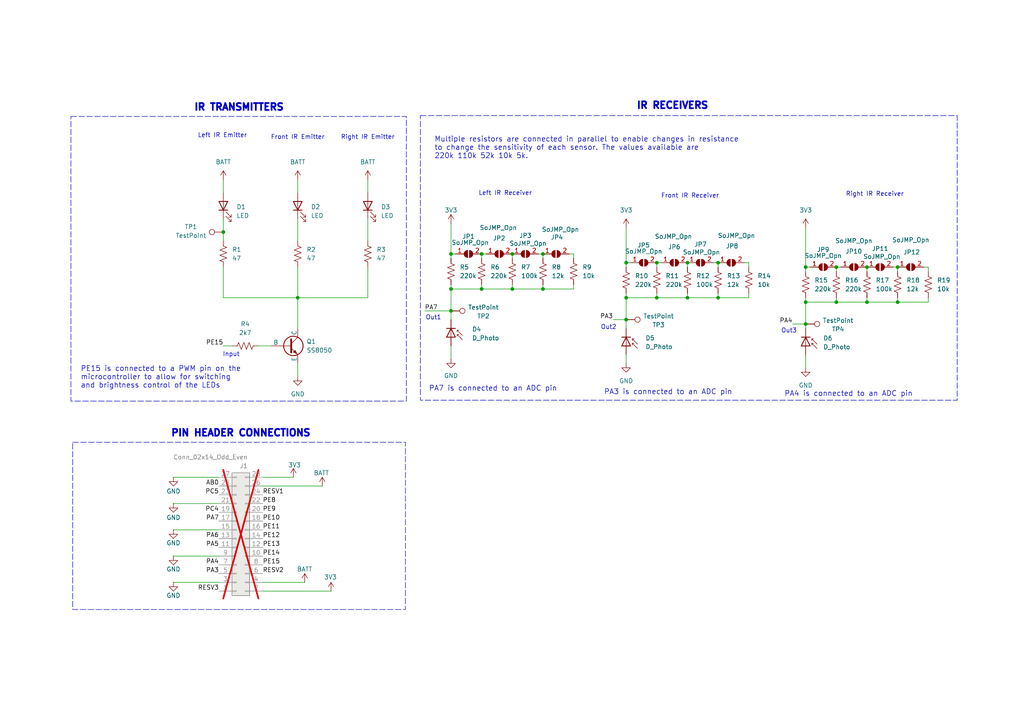
<source format=kicad_sch>
(kicad_sch (version 20231120) (generator "eeschema") (generator_version "8.0")
  (paper "A4")
  (title_block (title "Micro-mouse sensing subsystem") (date "2024-04-21") (rev "3") (company "University of Cape Town") (comment 2 "BNDIMR003") (comment 3 "Imraan Banderker"))
  (lib_symbols
    (symbol "Connector:TestPoint" (pin_numbers hide) (pin_names (offset 0.762) hide)
      (property "Reference" "TP" (at 0 6.858 0))
      (property "Value" "TestPoint" (at 0 5.08 0))
      (symbol "TestPoint_0_1"
        (circle (center 0 3.302) (radius 0.762))
      )
      (symbol "TestPoint_1_1"
        (pin passive line (at 0 0 90) (length 2.54) (name "1") (number "1"))
      )
    )
    (symbol "Connector_Generic:Conn_02x14_Odd_Even" (pin_names (offset 1.016) hide)
      (property "Reference" "J" (at 1.27 17.78 0))
      (property "Value" "Conn_02x14_Odd_Even" (at 1.27 -20.32 0))
      (symbol "Conn_02x14_Odd_Even_1_1"
        (rectangle (start -1.27 -17.653) (end 0 -17.907) (stroke (width 0.1524)))
        (rectangle (start -1.27 -15.113) (end 0 -15.367) (stroke (width 0.1524)))
        (rectangle (start -1.27 -12.573) (end 0 -12.827) (stroke (width 0.1524)))
        (rectangle (start -1.27 -10.033) (end 0 -10.287) (stroke (width 0.1524)))
        (rectangle (start -1.27 -7.493) (end 0 -7.747) (stroke (width 0.1524)))
        (rectangle (start -1.27 -4.953) (end 0 -5.207) (stroke (width 0.1524)))
        (rectangle (start -1.27 -2.413) (end 0 -2.667) (stroke (width 0.1524)))
        (rectangle (start -1.27 0.127) (end 0 -0.127) (stroke (width 0.1524)))
        (rectangle (start -1.27 2.667) (end 0 2.413) (stroke (width 0.1524)))
        (rectangle (start -1.27 5.207) (end 0 4.953) (stroke (width 0.1524)))
        (rectangle (start -1.27 7.747) (end 0 7.493) (stroke (width 0.1524)))
        (rectangle (start -1.27 10.287) (end 0 10.033) (stroke (width 0.1524)))
        (rectangle (start -1.27 12.827) (end 0 12.573) (stroke (width 0.1524)))
        (rectangle (start -1.27 15.367) (end 0 15.113) (stroke (width 0.1524)))
        (rectangle (start -1.27 16.51) (end 3.81 -19.05) (stroke (width 0.254)) (fill (type background)))
        (rectangle (start 3.81 -17.653) (end 2.54 -17.907) (stroke (width 0.1524)))
        (rectangle (start 3.81 -15.113) (end 2.54 -15.367) (stroke (width 0.1524)))
        (rectangle (start 3.81 -12.573) (end 2.54 -12.827) (stroke (width 0.1524)))
        (rectangle (start 3.81 -10.033) (end 2.54 -10.287) (stroke (width 0.1524)))
        (rectangle (start 3.81 -7.493) (end 2.54 -7.747) (stroke (width 0.1524)))
        (rectangle (start 3.81 -4.953) (end 2.54 -5.207) (stroke (width 0.1524)))
        (rectangle (start 3.81 -2.413) (end 2.54 -2.667) (stroke (width 0.1524)))
        (rectangle (start 3.81 0.127) (end 2.54 -0.127) (stroke (width 0.1524)))
        (rectangle (start 3.81 2.667) (end 2.54 2.413) (stroke (width 0.1524)))
        (rectangle (start 3.81 5.207) (end 2.54 4.953) (stroke (width 0.1524)))
        (rectangle (start 3.81 7.747) (end 2.54 7.493) (stroke (width 0.1524)))
        (rectangle (start 3.81 10.287) (end 2.54 10.033) (stroke (width 0.1524)))
        (rectangle (start 3.81 12.827) (end 2.54 12.573) (stroke (width 0.1524)))
        (rectangle (start 3.81 15.367) (end 2.54 15.113) (stroke (width 0.1524)))
        (pin passive line (at -5.08 15.24 0) (length 3.81) (name "Pin_1") (number "1"))
        (pin passive line (at 7.62 5.08 180) (length 3.81) (name "Pin_10") (number "10"))
        (pin passive line (at -5.08 2.54 0) (length 3.81) (name "Pin_11") (number "11"))
        (pin passive line (at 7.62 2.54 180) (length 3.81) (name "Pin_12") (number "12"))
        (pin passive line (at -5.08 0 0) (length 3.81) (name "Pin_13") (number "13"))
        (pin passive line (at 7.62 0 180) (length 3.81) (name "Pin_14") (number "14"))
        (pin passive line (at -5.08 -2.54 0) (length 3.81) (name "Pin_15") (number "15"))
        (pin passive line (at 7.62 -2.54 180) (length 3.81) (name "Pin_16") (number "16"))
        (pin passive line (at -5.08 -5.08 0) (length 3.81) (name "Pin_17") (number "17"))
        (pin passive line (at 7.62 -5.08 180) (length 3.81) (name "Pin_18") (number "18"))
        (pin passive line (at -5.08 -7.62 0) (length 3.81) (name "Pin_19") (number "19"))
        (pin passive line (at 7.62 15.24 180) (length 3.81) (name "Pin_2") (number "2"))
        (pin passive line (at 7.62 -7.62 180) (length 3.81) (name "Pin_20") (number "20"))
        (pin passive line (at -5.08 -10.16 0) (length 3.81) (name "Pin_21") (number "21"))
        (pin passive line (at 7.62 -10.16 180) (length 3.81) (name "Pin_22") (number "22"))
        (pin passive line (at -5.08 -12.7 0) (length 3.81) (name "Pin_23") (number "23"))
        (pin passive line (at 7.62 -12.7 180) (length 3.81) (name "Pin_24") (number "24"))
        (pin passive line (at -5.08 -15.24 0) (length 3.81) (name "Pin_25") (number "25"))
        (pin passive line (at 7.62 -15.24 180) (length 3.81) (name "Pin_26") (number "26"))
        (pin passive line (at -5.08 -17.78 0) (length 3.81) (name "Pin_27") (number "27"))
        (pin passive line (at 7.62 -17.78 180) (length 3.81) (name "Pin_28") (number "28"))
        (pin passive line (at -5.08 12.7 0) (length 3.81) (name "Pin_3") (number "3"))
        (pin passive line (at 7.62 12.7 180) (length 3.81) (name "Pin_4") (number "4"))
        (pin passive line (at -5.08 10.16 0) (length 3.81) (name "Pin_5") (number "5"))
        (pin passive line (at 7.62 10.16 180) (length 3.81) (name "Pin_6") (number "6"))
        (pin passive line (at -5.08 7.62 0) (length 3.81) (name "Pin_7") (number "7"))
        (pin passive line (at 7.62 7.62 180) (length 3.81) (name "Pin_8") (number "8"))
        (pin passive line (at -5.08 5.08 0) (length 3.81) (name "Pin_9") (number "9"))
      )
    )
    (symbol "Device:D_Photo" (pin_numbers hide) (pin_names hide)
      (property "Reference" "D" (at 0.508 1.778 0))
      (property "Value" "D_Photo" (at -1.016 -2.794 0))
      (symbol "D_Photo_0_1"
        (polyline (pts (xy -2.54 1.27) (xy -2.54 -1.27)) (stroke (width 0.254)))
        (polyline (pts (xy -2.032 1.778) (xy -1.524 1.778)))
        (polyline (pts (xy 0 0) (xy -2.54 0)))
        (polyline (pts (xy -0.508 3.302) (xy -2.032 1.778) (xy -2.032 2.286)))
        (polyline (pts (xy 0 -1.27) (xy 0 1.27) (xy -2.54 0) (xy 0 -1.27)) (stroke (width 0.254)))
        (polyline (pts (xy 0.762 3.302) (xy -0.762 1.778) (xy -0.762 2.286) (xy -0.762 1.778) (xy -0.254 1.778)))
      )
      (symbol "D_Photo_1_1"
        (pin passive line (at -5.08 0 0) (length 2.54) (name "K") (number "1"))
        (pin passive line (at 2.54 0 180) (length 2.54) (name "A") (number "2"))
      )
    )
    (symbol "Device:LED" (pin_numbers hide) (pin_names (offset 1.016) hide)
      (property "Reference" "D" (at 0 2.54 0))
      (property "Value" "LED" (at 0 -2.54 0))
      (symbol "LED_0_1"
        (polyline (pts (xy -1.27 -1.27) (xy -1.27 1.27)) (stroke (width 0.254)))
        (polyline (pts (xy -1.27 0) (xy 1.27 0)))
        (polyline (pts (xy 1.27 -1.27) (xy 1.27 1.27) (xy -1.27 0) (xy 1.27 -1.27)) (stroke (width 0.254)))
        (polyline (pts (xy -3.048 -0.762) (xy -4.572 -2.286) (xy -3.81 -2.286) (xy -4.572 -2.286) (xy -4.572 -1.524)))
        (polyline (pts (xy -1.778 -0.762) (xy -3.302 -2.286) (xy -2.54 -2.286) (xy -3.302 -2.286) (xy -3.302 -1.524)))
      )
      (symbol "LED_1_1"
        (pin passive line (at -3.81 0 0) (length 2.54) (name "K") (number "1"))
        (pin passive line (at 3.81 0 180) (length 2.54) (name "A") (number "2"))
      )
    )
    (symbol "Device:R_US" (pin_numbers hide) (pin_names (offset 0))
      (property "Reference" "R" (at 2.54 0 90))
      (property "Value" "R_US" (at -2.54 0 90))
      (symbol "R_US_0_1"
        (polyline (pts (xy 0 -2.286) (xy 0 -2.54)))
        (polyline (pts (xy 0 2.286) (xy 0 2.54)))
        (polyline (pts (xy 0 -0.762) (xy 1.016 -1.143) (xy 0 -1.524) (xy -1.016 -1.905) (xy 0 -2.286)))
        (polyline (pts (xy 0 0.762) (xy 1.016 0.381) (xy 0 0) (xy -1.016 -0.381) (xy 0 -0.762)))
        (polyline (pts (xy 0 2.286) (xy 1.016 1.905) (xy 0 1.524) (xy -1.016 1.143) (xy 0 0.762)))
      )
      (symbol "R_US_1_1"
        (pin passive line (at 0 3.81 270) (length 1.27) (name "~") (number "1"))
        (pin passive line (at 0 -3.81 90) (length 1.27) (name "~") (number "2"))
      )
    )
    (symbol "Jumper:SolderJumper_2_Open" (pin_names (offset 0) hide)
      (property "Reference" "JP" (at 0 2.032 0))
      (property "Value" "SolderJumper_2_Open" (at 0 -2.54 0))
      (symbol "SolderJumper_2_Open_0_1"
        (arc (start -0.254 1.016) (mid -1.2656 0) (end -0.254 -1.016))
        (arc (start -0.254 1.016) (mid -1.2656 0) (end -0.254 -1.016) (fill (type outline)))
        (polyline (pts (xy -0.254 1.016) (xy -0.254 -1.016)))
        (polyline (pts (xy 0.254 1.016) (xy 0.254 -1.016)))
        (arc (start 0.254 -1.016) (mid 1.2656 0) (end 0.254 1.016))
        (arc (start 0.254 -1.016) (mid 1.2656 0) (end 0.254 1.016) (fill (type outline)))
      )
      (symbol "SolderJumper_2_Open_1_1"
        (pin passive line (at -3.81 0 0) (length 2.54) (name "A") (number "1"))
        (pin passive line (at 3.81 0 180) (length 2.54) (name "B") (number "2"))
      )
    )
    (symbol "Simulation_SPICE:NPN" (pin_numbers hide) (pin_names (offset 0))
      (property "Reference" "Q" (at -2.54 7.62 0))
      (property "Value" "NPN" (at -2.54 5.08 0))
      (symbol "NPN_0_1"
        (polyline (pts (xy -2.54 0) (xy 0.635 0)) (stroke (width 0.1524)))
        (polyline (pts (xy 0.635 0.635) (xy 2.54 2.54)))
        (polyline (pts (xy 2.794 -1.27) (xy 2.794 -1.27)) (stroke (width 0.1524)))
        (polyline (pts (xy 2.794 -1.27) (xy 2.794 -1.27)) (stroke (width 0.1524)))
        (polyline (pts (xy 0.635 -0.635) (xy 2.54 -2.54) (xy 2.54 -2.54)))
        (polyline (pts (xy 0.635 1.905) (xy 0.635 -1.905) (xy 0.635 -1.905)) (stroke (width 0.508)))
        (polyline (pts (xy 1.27 -1.778) (xy 1.778 -1.27) (xy 2.286 -2.286) (xy 1.27 -1.778) (xy 1.27 -1.778)) (fill (type outline)))
        (circle (center 1.27 0) (radius 2.8194) (stroke (width 0.254)))
      )
      (symbol "NPN_1_1"
        (pin open_collector line (at 2.54 5.08 270) (length 2.54) (name "C") (number "1"))
        (pin input line (at -5.08 0 0) (length 2.54) (name "B") (number "2"))
        (pin open_emitter line (at 2.54 -5.08 90) (length 2.54) (name "E") (number "3"))
      )
    )
    (symbol "power:+3V3" (power) (pin_numbers hide) (pin_names (offset 0) hide)
      (property "Value" "+3V3" (at 0 3.556 0))
      (symbol "+3V3_0_1"
        (polyline (pts (xy -0.762 1.27) (xy 0 2.54)))
        (polyline (pts (xy 0 0) (xy 0 2.54)))
        (polyline (pts (xy 0 2.54) (xy 0.762 1.27)))
      )
      (symbol "+3V3_1_1"
        (pin power_in line (at 0 0 90) (length 0) (name "~") (number "1"))
      )
    )
    (symbol "power:GND" (power) (pin_numbers hide) (pin_names (offset 0) hide)
      (property "Value" "GND" (at 0 -3.81 0))
      (symbol "GND_0_1"
        (polyline (pts (xy 0 0) (xy 0 -1.27) (xy 1.27 -1.27) (xy 0 -2.54) (xy -1.27 -1.27) (xy 0 -1.27)))
      )
      (symbol "GND_1_1"
        (pin power_in line (at 0 0 270) (length 0) (name "~") (number "1"))
      )
    )
    (symbol "power:VDD" (power) (pin_numbers hide) (pin_names (offset 0) hide)
      (property "Value" "VDD" (at 0 3.556 0))
      (symbol "VDD_0_1"
        (polyline (pts (xy -0.762 1.27) (xy 0 2.54)))
        (polyline (pts (xy 0 0) (xy 0 2.54)))
        (polyline (pts (xy 0 2.54) (xy 0.762 1.27)))
      )
      (symbol "VDD_1_1"
        (pin power_in line (at 0 0 90) (length 0) (name "~") (number "1"))
      )
    )
  )
  (junction (at 86.36 86.36))
  (junction (at 260.35 77.47))
  (junction (at 190.5 76.2))
  (junction (at 157.48 83.82))
  (junction (at 181.61 86.36))
  (junction (at 208.28 76.2))
  (junction (at 233.68 87.63))
  (junction (at 199.39 86.36))
  (junction (at 181.61 76.2))
  (junction (at 139.7 83.82))
  (junction (at 233.68 93.98))
  (junction (at 199.39 76.2))
  (junction (at 251.46 87.63))
  (junction (at 181.61 92.71))
  (junction (at 148.59 73.66))
  (junction (at 157.48 73.66))
  (junction (at 148.59 83.82))
  (junction (at 139.7 73.66))
  (junction (at 242.57 77.47))
  (junction (at 64.77 67.31))
  (junction (at 190.5 86.36))
  (junction (at 233.68 77.47))
  (junction (at 130.81 73.66))
  (junction (at 208.28 86.36))
  (junction (at 130.81 90.17))
  (junction (at 242.57 87.63))
  (junction (at 251.46 77.47))
  (junction (at 130.81 83.82))
  (junction (at 260.35 87.63))
  (wire (pts (xy 86.36 52.07) (xy 86.36 55.88)))
  (wire (pts (xy 207.01 76.2) (xy 208.28 76.2)))
  (wire (pts (xy 106.68 77.47) (xy 106.68 86.36)))
  (wire (pts (xy 139.7 83.82) (xy 130.81 83.82)))
  (wire (pts (xy 233.68 77.47) (xy 233.68 78.74)))
  (wire (pts (xy 86.36 86.36) (xy 106.68 86.36)))
  (wire (pts (xy 50.292 138.43) (xy 63.5 138.43)))
  (wire (pts (xy 233.68 93.98) (xy 233.68 95.25)))
  (wire (pts (xy 106.68 63.5) (xy 106.68 69.85)))
  (wire (pts (xy 177.8 92.71) (xy 181.61 92.71)))
  (wire (pts (xy 157.48 83.82) (xy 166.37 83.82)))
  (wire (pts (xy 251.46 78.74) (xy 251.46 77.47)))
  (wire (pts (xy 130.81 73.66) (xy 132.08 73.66)))
  (wire (pts (xy 217.17 76.2) (xy 217.17 77.47)))
  (wire (pts (xy 233.68 66.04) (xy 233.68 77.47)))
  (wire (pts (xy 242.57 77.47) (xy 243.84 77.47)))
  (wire (pts (xy 64.77 63.5) (xy 64.77 67.31)))
  (wire (pts (xy 190.5 86.36) (xy 199.39 86.36)))
  (wire (pts (xy 50.292 168.91) (xy 63.5 168.91)))
  (wire (pts (xy 139.7 73.66) (xy 140.97 73.66)))
  (wire (pts (xy 64.77 52.07) (xy 64.77 55.88)))
  (wire (pts (xy 130.81 100.33) (xy 130.81 104.14)))
  (wire (pts (xy 74.93 100.33) (xy 78.74 100.33)))
  (wire (pts (xy 260.35 77.47) (xy 260.35 78.74)))
  (wire (pts (xy 166.37 82.55) (xy 166.37 83.82)))
  (wire (pts (xy 199.39 85.09) (xy 199.39 86.36)))
  (wire (pts (xy 199.39 77.47) (xy 199.39 76.2)))
  (wire (pts (xy 64.77 77.47) (xy 64.77 86.36)))
  (wire (pts (xy 148.59 74.93) (xy 148.59 73.66)))
  (wire (pts (xy 267.97 77.47) (xy 269.24 77.47)))
  (wire (pts (xy 86.36 86.36) (xy 86.36 95.25)))
  (wire (pts (xy 50.292 153.67) (xy 63.5 153.67)))
  (wire (pts (xy 190.5 86.36) (xy 181.61 86.36)))
  (wire (pts (xy 130.81 90.17) (xy 130.81 92.71)))
  (wire (pts (xy 50.292 146.05) (xy 63.5 146.05)))
  (wire (pts (xy 139.7 73.66) (xy 139.7 74.93)))
  (wire (pts (xy 181.61 92.71) (xy 181.61 95.25)))
  (wire (pts (xy 208.28 76.2) (xy 208.28 77.47)))
  (wire (pts (xy 86.36 63.5) (xy 86.36 69.85)))
  (wire (pts (xy 64.77 86.36) (xy 86.36 86.36)))
  (wire (pts (xy 130.81 83.82) (xy 130.81 90.17)))
  (wire (pts (xy 260.35 87.63) (xy 269.24 87.63)))
  (wire (pts (xy 106.68 52.07) (xy 106.68 55.88)))
  (wire (pts (xy 85.09 138.43) (xy 76.2 138.43)))
  (wire (pts (xy 88.392 168.91) (xy 76.2 168.91)))
  (wire (pts (xy 156.21 73.66) (xy 157.48 73.66)))
  (wire (pts (xy 157.48 73.66) (xy 157.48 74.93)))
  (wire (pts (xy 260.35 86.36) (xy 260.35 87.63)))
  (wire (pts (xy 157.48 82.55) (xy 157.48 83.82)))
  (wire (pts (xy 251.46 86.36) (xy 251.46 87.63)))
  (wire (pts (xy 165.1 73.66) (xy 166.37 73.66)))
  (wire (pts (xy 269.24 77.47) (xy 269.24 78.74)))
  (wire (pts (xy 181.61 86.36) (xy 181.61 92.71)))
  (wire (pts (xy 251.46 87.63) (xy 260.35 87.63)))
  (wire (pts (xy 130.81 73.66) (xy 130.81 74.93)))
  (wire (pts (xy 123.19 90.17) (xy 130.81 90.17)))
  (wire (pts (xy 64.77 67.31) (xy 64.77 69.85)))
  (wire (pts (xy 64.77 100.33) (xy 67.31 100.33)))
  (wire (pts (xy 93.472 140.97) (xy 76.2 140.97)))
  (wire (pts (xy 229.87 93.98) (xy 233.68 93.98)))
  (wire (pts (xy 86.36 105.41) (xy 86.36 109.22)))
  (wire (pts (xy 76.2 171.45) (xy 96.012 171.45)))
  (wire (pts (xy 139.7 82.55) (xy 139.7 83.82)))
  (wire (pts (xy 233.68 87.63) (xy 233.68 93.98)))
  (wire (pts (xy 50.292 161.29) (xy 63.5 161.29)))
  (wire (pts (xy 233.68 102.87) (xy 233.68 106.68)))
  (wire (pts (xy 242.57 86.36) (xy 242.57 87.63)))
  (wire (pts (xy 269.24 86.36) (xy 269.24 87.63)))
  (wire (pts (xy 139.7 83.82) (xy 148.59 83.82)))
  (wire (pts (xy 242.57 87.63) (xy 233.68 87.63)))
  (wire (pts (xy 208.28 85.09) (xy 208.28 86.36)))
  (wire (pts (xy 199.39 86.36) (xy 208.28 86.36)))
  (wire (pts (xy 181.61 76.2) (xy 181.61 77.47)))
  (wire (pts (xy 215.9 76.2) (xy 217.17 76.2)))
  (wire (pts (xy 148.59 82.55) (xy 148.59 83.82)))
  (wire (pts (xy 181.61 66.04) (xy 181.61 76.2)))
  (wire (pts (xy 233.68 77.47) (xy 234.95 77.47)))
  (wire (pts (xy 130.81 82.55) (xy 130.81 83.82)))
  (wire (pts (xy 259.08 77.47) (xy 260.35 77.47)))
  (wire (pts (xy 190.5 85.09) (xy 190.5 86.36)))
  (wire (pts (xy 181.61 76.2) (xy 182.88 76.2)))
  (wire (pts (xy 190.5 76.2) (xy 191.77 76.2)))
  (wire (pts (xy 217.17 85.09) (xy 217.17 86.36)))
  (wire (pts (xy 190.5 76.2) (xy 190.5 77.47)))
  (wire (pts (xy 208.28 86.36) (xy 217.17 86.36)))
  (wire (pts (xy 86.36 77.47) (xy 86.36 86.36)))
  (wire (pts (xy 181.61 102.87) (xy 181.61 105.41)))
  (wire (pts (xy 242.57 87.63) (xy 251.46 87.63)))
  (wire (pts (xy 166.37 73.66) (xy 166.37 74.93)))
  (wire (pts (xy 242.57 77.47) (xy 242.57 78.74)))
  (wire (pts (xy 181.61 85.09) (xy 181.61 86.36)))
  (wire (pts (xy 233.68 86.36) (xy 233.68 87.63)))
  (wire (pts (xy 130.81 64.77) (xy 130.81 73.66)))
  (wire (pts (xy 148.59 83.82) (xy 157.48 83.82)))
  (rectangle (start 20.574 33.782) (end 117.856 116.332) (stroke (width 0) (type dash)))
  (rectangle (start 121.92 33.528) (end 277.622 116.078) (stroke (width 0) (type dash)))
  (rectangle (start 89.408 128.016) (end 89.408 128.016))
  (rectangle (start 21.082 128.27) (end 117.602 176.784) (stroke (width 0) (type dash)))
  (text "Out3" (at 228.854 96.012 0) (effects (font (size 1.27 1.27))))
  (text "IR RECEIVERS" (at 195.072 30.734 0) (effects (font (size 2 2) (thickness 1) (bold yes))))
  (text "IR TRANSMITTERS" (at 69.342 31.242 0) (effects (font (size 2 2) (thickness 1) (bold yes))))
  (text "PE15 is connected to a PWM pin on the \nmicrocontroller to allow for switching \nand brightness control of the LEDs" (at 23.368 109.474 0) (effects (font (size 1.5 1.5)) (justify left)))
  (text "PA7 is connected to an ADC pin" (at 143.002 112.776 0) (effects (font (size 1.5 1.5))))
  (text "Front IR Emitter" (at 86.36 39.878 0) (effects (font (size 1.27 1.27))))
  (text "PIN HEADER CONNECTIONS" (at 69.85 125.73 0) (effects (font (size 2 2) (thickness 1) (bold yes))))
  (text "Input" (at 67.056 102.87 0) (effects (font (size 1.27 1.27))))
  (text "PA4 is connected to an ADC pin" (at 246.126 114.3 0) (effects (font (size 1.5 1.5))))
  (text "Right IR Emitter" (at 106.68 39.878 0) (effects (font (size 1.27 1.27))))
  (text "Front IR Receiver" (at 200.152 56.896 0) (effects (font (size 1.27 1.27))))
  (text "PA3 is connected to an ADC pin" (at 193.802 113.792 0) (effects (font (size 1.5 1.5))))
  (text "Left IR Receiver" (at 146.558 56.134 0) (effects (font (size 1.27 1.27))))
  (text "Out2" (at 176.53 94.996 0) (effects (font (size 1.27 1.27))))
  (text "Left IR Emitter" (at 64.516 39.37 0) (effects (font (size 1.27 1.27))))
  (text "Multiple resistors are connected in parallel to enable changes in resistance \nto change the sensitivity of each sensor. The values available are \n220k 110k 52k 10k 5k.\n" (at 125.984 42.926 0) (effects (font (size 1.5 1.5)) (justify left)))
  (text "Right IR Receiver" (at 253.746 56.388 0) (effects (font (size 1.27 1.27))))
  (text "Out1" (at 125.73 92.202 0) (effects (font (size 1.27 1.27))))
  (label "PE9" (at 76.2 148.59 0))
  (label "PE12" (at 76.2 156.21 0))
  (label "PE14" (at 76.2 161.29 0))
  (label "PA5" (at 63.5 158.75 180))
  (label "PA4" (at 229.87 93.98 180))
  (label "PE10" (at 76.2 151.13 0))
  (label "AB0" (at 63.5 140.97 180))
  (label "PE8" (at 76.2 146.05 0))
  (label "RESV1" (at 76.2 143.51 0))
  (label "PC4" (at 63.5 148.59 180))
  (label "PE13" (at 76.2 158.75 0))
  (label "PC5" (at 63.5 143.51 180))
  (label "PE15" (at 76.2 163.83 0))
  (label "PE11" (at 76.2 153.67 0))
  (label "PA7" (at 123.19 90.17 0))
  (label "PA7" (at 63.5 151.13 180))
  (label "PA3" (at 63.5 166.37 180))
  (label "PA4" (at 63.5 163.83 180))
  (label "PA6" (at 63.5 156.21 180))
  (label "PA3" (at 177.8 92.71 180))
  (label "PE15" (at 64.77 100.33 180))
  (label "RESV3" (at 63.5 171.45 180))
  (label "RESV2" (at 76.2 166.37 0))
  (symbol (lib_id "power:GND") (at 50.292 161.29 0) (unit 1)
    (property "Reference" "#PWR014" (effects (hide yes)))
    (property "Value" "GND" (at 48.26 165.1 0) (effects (justify left)))
    (property "Description" "Power symbol creates a global label with name \"GND\" , ground" (effects (hide yes)))
  )
  (symbol (lib_id "Device:LED") (at 106.68 59.69 90) (unit 1)
    (property "Reference" "D3" (at 110.49 60.0074 90) (effects (justify right)))
    (property "Value" "LED" (at 110.49 62.5474 90) (effects (justify right)))
    (property "Footprint" "LED_THT:LED_D5.0mm_Horizontal_O1.27mm_Z3.0mm_Clear" (effects (hide yes)))
    (property "Description" "Light emitting diode" (effects (hide yes)))
    (property "LCSC" "C405270" (effects (hide yes)))
    (property "Extended" "1" (effects (hide yes)))
    (property "Price" "0.0767" (effects (hide yes)))
    (property "Populate" "1" (effects (hide yes)))
  )
  (symbol (lib_id "Jumper:SolderJumper_2_Open") (at 195.58 76.2 0) (unit 1)
    (property "Reference" "JP6" (at 195.58 71.628 0))
    (property "Value" "SoJMP_Opn" (at 195.326 68.58 0))
    (property "Footprint" "Jumper:SolderJumper-2_P1.3mm_Open_RoundedPad1.0x1.5mm" (effects (hide yes)))
    (property "Description" "Solder Jumper, 2-pole, open" (effects (hide yes)))
  )
  (symbol (lib_id "power:GND") (at 86.36 109.22 0) (unit 1)
    (property "Reference" "#PWR04" (effects (hide yes)))
    (property "Value" "GND" (at 86.36 114.3 0))
    (property "Description" "Power symbol creates a global label with name \"GND\" , ground" (effects (hide yes)))
  )
  (symbol (lib_id "Device:R_US") (at 190.5 81.28 0) (unit 1)
    (property "Reference" "R11" (at 193.04 80.0099 0) (effects (justify left)))
    (property "Value" "220k" (at 193.04 82.5499 0) (effects (justify left)))
    (property "Footprint" "Resistor_SMD:R_0805_2012Metric" (effects (hide yes)))
    (property "Description" "Resistor, US symbol" (effects (hide yes)))
    (property "LCSC" "C17556" (effects (hide yes)))
    (property "Extended" "0" (effects (hide yes)))
    (property "Price" "0.0017" (effects (hide yes)))
    (property "Populate" "1" (effects (hide yes)))
  )
  (symbol (lib_id "power:+3V3") (at 181.61 66.04 0) (unit 1)
    (property "Reference" "#PWR09" (effects (hide yes)))
    (property "Value" "3V3" (at 181.61 60.96 0))
    (property "Description" "Power symbol creates a global label with name \"+3V3\"" (effects (hide yes)))
  )
  (symbol (lib_id "Device:R_US") (at 208.28 81.28 0) (unit 1)
    (property "Reference" "R13" (at 210.82 80.0099 0) (effects (justify left)))
    (property "Value" "12k" (at 210.82 82.5499 0) (effects (justify left)))
    (property "Footprint" "Resistor_SMD:R_0805_2012Metric" (effects (hide yes)))
    (property "Description" "Resistor, US symbol" (effects (hide yes)))
    (property "LCSC" "C17444" (effects (hide yes)))
    (property "Extended" "0" (effects (hide yes)))
    (property "Price" "0.0017" (effects (hide yes)))
    (property "Populate" "1" (effects (hide yes)))
  )
  (symbol (lib_id "power:GND") (at 181.61 105.41 0) (unit 1)
    (property "Reference" "#PWR010" (effects (hide yes)))
    (property "Value" "GND" (at 181.61 110.49 0))
    (property "Description" "Power symbol creates a global label with name \"GND\" , ground" (effects (hide yes)))
  )
  (symbol (lib_id "power:GND") (at 50.292 168.91 0) (unit 1)
    (property "Reference" "#PWR013" (effects (hide yes)))
    (property "Value" "GND" (at 48.26 172.72 0) (effects (justify left)))
    (property "Description" "Power symbol creates a global label with name \"GND\" , ground" (effects (hide yes)))
  )
  (symbol (lib_id "Device:R_US") (at 157.48 78.74 0) (unit 1)
    (property "Reference" "R8" (at 160.02 77.4699 0) (effects (justify left)))
    (property "Value" "12k" (at 160.02 80.0099 0) (effects (justify left)))
    (property "Footprint" "Resistor_SMD:R_0805_2012Metric" (effects (hide yes)))
    (property "Description" "Resistor, US symbol" (effects (hide yes)))
    (property "LCSC" "C17444" (effects (hide yes)))
    (property "Extended" "0" (effects (hide yes)))
    (property "Price" "0.0017" (effects (hide yes)))
    (property "Populate" "1" (effects (hide yes)))
  )
  (symbol (lib_id "power:VDD") (at 106.68 52.07 0) (unit 1)
    (property "Reference" "#PWR05" (effects (hide yes)))
    (property "Value" "BATT" (at 106.68 46.99 0))
    (property "Description" "Power symbol creates a global label with name \"VDD\"" (effects (hide yes)))
  )
  (symbol (lib_id "Jumper:SolderJumper_2_Open") (at 247.65 77.47 0) (unit 1)
    (property "Reference" "JP10" (at 247.65 72.898 0))
    (property "Value" "SoJMP_Opn" (at 247.65 69.85 0))
    (property "Footprint" "Jumper:SolderJumper-2_P1.3mm_Open_RoundedPad1.0x1.5mm" (effects (hide yes)))
    (property "Description" "Solder Jumper, 2-pole, open" (effects (hide yes)))
  )
  (symbol (lib_id "Device:R_US") (at 233.68 82.55 0) (unit 1)
    (property "Reference" "R15" (at 236.22 81.2799 0) (effects (justify left)))
    (property "Value" "220k" (at 236.22 83.8199 0) (effects (justify left)))
    (property "Footprint" "Resistor_SMD:R_0805_2012Metric" (effects (hide yes)))
    (property "Description" "Resistor, US symbol" (effects (hide yes)))
    (property "LCSC" "C17556" (effects (hide yes)))
    (property "Extended" "0" (effects (hide yes)))
    (property "Price" "0.0017" (effects (hide yes)))
    (property "Populate" "1" (effects (hide yes)))
  )
  (symbol (lib_id "Device:R_US") (at 269.24 82.55 0) (unit 1)
    (property "Reference" "R19" (at 271.78 81.2799 0) (effects (justify left)))
    (property "Value" "10k" (at 271.78 83.8199 0) (effects (justify left)))
    (property "Footprint" "Resistor_SMD:R_0805_2012Metric" (effects (hide yes)))
    (property "Description" "Resistor, US symbol" (effects (hide yes)))
    (property "LCSC" "C17414" (effects (hide yes)))
    (property "Extended" "0" (effects (hide yes)))
    (property "Price" "0.0013" (effects (hide yes)))
    (property "Populate" "1" (effects (hide yes)))
  )
  (symbol (lib_id "Device:D_Photo") (at 181.61 100.33 270) (unit 1)
    (property "Reference" "D5" (at 187.198 98.044 90) (effects (justify left)))
    (property "Value" "D_Photo" (at 187.198 100.584 90) (effects (justify left)))
    (property "Footprint" "LED_THT:LED_D5.0mm_Horizontal_O1.27mm_Z3.0mm_Clear" (effects (hide yes)))
    (property "Description" "Photodiode" (effects (hide yes)))
    (property "LCSC" "C95399" (effects (hide yes)))
    (property "Extended" "1" (effects (hide yes)))
    (property "Price" "0.1518" (effects (hide yes)))
    (property "Populate" "1" (effects (hide yes)))
  )
  (symbol (lib_id "power:GND") (at 50.292 146.05 0) (unit 1)
    (property "Reference" "#PWR016" (effects (hide yes)))
    (property "Value" "GND" (at 48.26 150.114 0) (effects (justify left)))
    (property "Description" "Power symbol creates a global label with name \"GND\" , ground" (effects (hide yes)))
  )
  (symbol (lib_id "Connector:TestPoint") (at 130.81 90.17 270) (unit 1)
    (property "Reference" "TP2" (at 140.208 91.694 90))
    (property "Value" "TestPoint" (at 140.208 89.154 90))
    (property "Footprint" "TestPoint:TestPoint_Pad_2.0x2.0mm" (effects (hide yes)))
    (property "Description" "test point" (effects (hide yes)))
  )
  (symbol (lib_id "power:+3V3") (at 96.012 171.45 0) (unit 1)
    (property "Reference" "#PWR06" (effects (hide yes)))
    (property "Value" "3V3" (at 93.98 167.386 0) (effects (justify left)))
    (property "Description" "Power symbol creates a global label with name \"+3V3\"" (effects (hide yes)))
  )
  (symbol (lib_id "power:+3V3") (at 85.09 138.43 0) (unit 1)
    (property "Reference" "#PWR01" (effects (hide yes)))
    (property "Value" "3V3" (at 83.566 134.874 0) (effects (justify left)))
    (property "Description" "Power symbol creates a global label with name \"+3V3\"" (effects (hide yes)))
  )
  (symbol (lib_id "Device:R_US") (at 260.35 82.55 0) (unit 1)
    (property "Reference" "R18" (at 262.89 81.2799 0) (effects (justify left)))
    (property "Value" "12k" (at 262.89 83.8199 0) (effects (justify left)))
    (property "Footprint" "Resistor_SMD:R_0805_2012Metric" (effects (hide yes)))
    (property "Description" "Resistor, US symbol" (effects (hide yes)))
    (property "LCSC" "C17444" (effects (hide yes)))
    (property "Extended" "0" (effects (hide yes)))
    (property "Price" "0.0017" (effects (hide yes)))
    (property "Populate" "1" (effects (hide yes)))
  )
  (symbol (lib_id "Device:R_US") (at 242.57 82.55 0) (unit 1)
    (property "Reference" "R16" (at 245.11 81.2799 0) (effects (justify left)))
    (property "Value" "220k" (at 245.11 83.8199 0) (effects (justify left)))
    (property "Footprint" "Resistor_SMD:R_0805_2012Metric" (effects (hide yes)))
    (property "Description" "Resistor, US symbol" (effects (hide yes)))
    (property "LCSC" "C17556" (effects (hide yes)))
    (property "Extended" "0" (effects (hide yes)))
    (property "Price" "0.0017" (effects (hide yes)))
    (property "Populate" "1" (effects (hide yes)))
  )
  (symbol (lib_id "power:VDD") (at 64.77 52.07 0) (unit 1)
    (property "Reference" "#PWR02" (effects (hide yes)))
    (property "Value" "BATT" (at 64.77 46.99 0))
    (property "Description" "Power symbol creates a global label with name \"VDD\"" (effects (hide yes)))
  )
  (symbol (lib_id "power:+3V3") (at 130.81 64.77 0) (unit 1)
    (property "Reference" "#PWR07" (effects (hide yes)))
    (property "Value" "3V3" (at 130.81 60.96 0))
    (property "Description" "Power symbol creates a global label with name \"+3V3\"" (effects (hide yes)))
  )
  (symbol (lib_id "Device:R_US") (at 139.7 78.74 0) (unit 1)
    (property "Reference" "R6" (at 142.24 77.4699 0) (effects (justify left)))
    (property "Value" "220k" (at 142.24 80.0099 0) (effects (justify left)))
    (property "Footprint" "Resistor_SMD:R_0805_2012Metric" (effects (hide yes)))
    (property "Description" "Resistor, US symbol" (effects (hide yes)))
    (property "LCSC" "C17556" (effects (hide yes)))
    (property "Extended" "0" (effects (hide yes)))
    (property "Price" "0.0017" (effects (hide yes)))
    (property "Populate" "1" (effects (hide yes)))
  )
  (symbol (lib_id "power:GND") (at 50.292 153.67 0) (unit 1)
    (property "Reference" "#PWR015" (effects (hide yes)))
    (property "Value" "GND" (at 48.26 157.48 0) (effects (justify left)))
    (property "Description" "Power symbol creates a global label with name \"GND\" , ground" (effects (hide yes)))
  )
  (symbol (lib_id "Device:R_US") (at 71.12 100.33 90) (unit 1)
    (property "Reference" "R4" (at 71.12 93.98 90))
    (property "Value" "2k7" (at 71.12 96.52 90))
    (property "Footprint" "Resistor_SMD:R_0805_2012Metric" (effects (hide yes)))
    (property "Description" "Resistor, US symbol" (effects (hide yes)))
    (property "LCSC" "C17530" (effects (hide yes)))
    (property "Extended" "0" (effects (hide yes)))
    (property "Price" "0.0016" (effects (hide yes)))
    (property "Populate" "1" (effects (hide yes)))
  )
  (symbol (lib_id "Device:R_US") (at 64.77 73.66 0) (unit 1)
    (property "Reference" "R1" (at 67.31 72.3899 0) (effects (justify left)))
    (property "Value" "47" (at 67.31 74.9299 0) (effects (justify left)))
    (property "Footprint" "Resistor_SMD:R_0805_2012Metric" (effects (hide yes)))
    (property "Description" "Resistor, US symbol" (effects (hide yes)))
    (property "LCSC" "C17714" (effects (hide yes)))
    (property "Extended" "0" (effects (hide yes)))
    (property "Price" "0.0017" (effects (hide yes)))
    (property "Populate" "1" (effects (hide yes)))
  )
  (symbol (lib_id "Jumper:SolderJumper_2_Open") (at 255.27 77.47 0) (unit 1)
    (property "Reference" "JP11" (at 255.27 72.136 0))
    (property "Value" "SoJMP_Opn" (at 255.778 74.422 0))
    (property "Footprint" "Jumper:SolderJumper-2_P1.3mm_Open_RoundedPad1.0x1.5mm" (effects (hide yes)))
    (property "Description" "Solder Jumper, 2-pole, open" (effects (hide yes)))
  )
  (symbol (lib_id "power:GND") (at 130.81 104.14 0) (unit 1)
    (property "Reference" "#PWR08" (effects (hide yes)))
    (property "Value" "GND" (at 130.81 108.966 0))
    (property "Description" "Power symbol creates a global label with name \"GND\" , ground" (effects (hide yes)))
  )
  (symbol (lib_id "power:+3V3") (at 233.68 66.04 0) (unit 1)
    (property "Reference" "#PWR011" (effects (hide yes)))
    (property "Value" "3V3" (at 233.68 60.96 0))
    (property "Description" "Power symbol creates a global label with name \"+3V3\"" (effects (hide yes)))
  )
  (symbol (lib_id "Connector:TestPoint") (at 233.68 93.98 270) (unit 1)
    (property "Reference" "TP4" (at 243.078 95.504 90))
    (property "Value" "TestPoint" (at 243.078 92.964 90))
    (property "Footprint" "TestPoint:TestPoint_Pad_2.0x2.0mm" (effects (hide yes)))
    (property "Description" "test point" (effects (hide yes)))
  )
  (symbol (lib_id "Device:R_US") (at 130.81 78.74 0) (unit 1)
    (property "Reference" "R5" (at 133.35 77.4699 0) (effects (justify left)))
    (property "Value" "220k" (at 133.35 80.0099 0) (effects (justify left)))
    (property "Footprint" "Resistor_SMD:R_0805_2012Metric" (effects (hide yes)))
    (property "Description" "Resistor, US symbol" (effects (hide yes)))
    (property "LCSC" "C17556" (effects (hide yes)))
    (property "Extended" "0" (effects (hide yes)))
    (property "Price" "0.0017" (effects (hide yes)))
    (property "Populate" "1" (effects (hide yes)))
  )
  (symbol (lib_id "Device:R_US") (at 217.17 81.28 0) (unit 1)
    (property "Reference" "R14" (at 219.71 80.0099 0) (effects (justify left)))
    (property "Value" "10k" (at 219.71 82.5499 0) (effects (justify left)))
    (property "Footprint" "Resistor_SMD:R_0805_2012Metric" (effects (hide yes)))
    (property "Description" "Resistor, US symbol" (effects (hide yes)))
    (property "LCSC" "C17414" (effects (hide yes)))
    (property "Extended" "0" (effects (hide yes)))
    (property "Price" "0.0013" (effects (hide yes)))
    (property "Populate" "1" (effects (hide yes)))
  )
  (symbol (lib_id "Device:LED") (at 86.36 59.69 90) (unit 1)
    (property "Reference" "D2" (at 90.17 60.0074 90) (effects (justify right)))
    (property "Value" "LED" (at 90.17 62.5474 90) (effects (justify right)))
    (property "Footprint" "LED_THT:LED_D5.0mm_Horizontal_O1.27mm_Z3.0mm_Clear" (effects (hide yes)))
    (property "Description" "Light emitting diode" (effects (hide yes)))
    (property "LCSC" "C405270" (effects (hide yes)))
    (property "Extended" "1" (effects (hide yes)))
    (property "Price" "0.0767" (effects (hide yes)))
    (property "Populate" "1" (effects (hide yes)))
  )
  (symbol (lib_id "Device:R_US") (at 199.39 81.28 0) (unit 1)
    (property "Reference" "R12" (at 201.93 80.0099 0) (effects (justify left)))
    (property "Value" "100k" (at 201.93 82.5499 0) (effects (justify left)))
    (property "Footprint" "Resistor_SMD:R_0805_2012Metric" (effects (hide yes)))
    (property "Description" "Resistor, US symbol" (effects (hide yes)))
    (property "LCSC" "C149504" (effects (hide yes)))
    (property "Extended" "0" (effects (hide yes)))
    (property "Price" "0.0017" (effects (hide yes)))
    (property "Populate" "1" (effects (hide yes)))
  )
  (symbol (lib_id "Device:R_US") (at 86.36 73.66 0) (unit 1)
    (property "Reference" "R2" (at 88.9 72.3899 0) (effects (justify left)))
    (property "Value" "47" (at 88.9 74.9299 0) (effects (justify left)))
    (property "Footprint" "Resistor_SMD:R_0805_2012Metric" (effects (hide yes)))
    (property "Description" "Resistor, US symbol" (effects (hide yes)))
    (property "LCSC" "C17714" (effects (hide yes)))
    (property "Extended" "0" (effects (hide yes)))
    (property "Price" "0.0017" (effects (hide yes)))
    (property "Populate" "1" (effects (hide yes)))
  )
  (symbol (lib_id "Jumper:SolderJumper_2_Open") (at 144.78 73.66 0) (unit 1)
    (property "Reference" "JP2" (at 144.78 69.088 0))
    (property "Value" "SoJMP_Opn" (at 144.526 66.04 0))
    (property "Footprint" "Jumper:SolderJumper-2_P1.3mm_Open_RoundedPad1.0x1.5mm" (effects (hide yes)))
    (property "Description" "Solder Jumper, 2-pole, open" (effects (hide yes)))
  )
  (symbol (lib_id "power:GND") (at 50.292 138.43 0) (unit 1)
    (property "Reference" "#PWR017" (effects (hide yes)))
    (property "Value" "GND" (at 48.26 142.494 0) (effects (justify left)))
    (property "Description" "Power symbol creates a global label with name \"GND\" , ground" (effects (hide yes)))
  )
  (symbol (lib_id "Device:R_US") (at 166.37 78.74 0) (unit 1)
    (property "Reference" "R9" (at 168.91 77.4699 0) (effects (justify left)))
    (property "Value" "10k" (at 168.91 80.0099 0) (effects (justify left)))
    (property "Footprint" "Resistor_SMD:R_0805_2012Metric" (effects (hide yes)))
    (property "Description" "Resistor, US symbol" (effects (hide yes)))
    (property "LCSC" "C17414" (effects (hide yes)))
    (property "Extended" "0" (effects (hide yes)))
    (property "Price" "0.0013" (effects (hide yes)))
    (property "Populate" "1" (effects (hide yes)))
  )
  (symbol (lib_id "power:GND") (at 233.68 106.68 0) (unit 1)
    (property "Reference" "#PWR012" (effects (hide yes)))
    (property "Value" "GND" (at 233.68 111.76 0))
    (property "Description" "Power symbol creates a global label with name \"GND\" , ground" (effects (hide yes)))
  )
  (symbol (lib_id "Device:D_Photo") (at 233.68 100.33 270) (unit 1)
    (property "Reference" "D6" (at 238.76 98.1074 90) (effects (justify left)))
    (property "Value" "D_Photo" (at 238.76 100.6474 90) (effects (justify left)))
    (property "Footprint" "LED_THT:LED_D5.0mm_Horizontal_O1.27mm_Z3.0mm_Clear" (effects (hide yes)))
    (property "Description" "Photodiode" (effects (hide yes)))
    (property "LCSC" "C95399" (effects (hide yes)))
    (property "Extended" "1" (effects (hide yes)))
    (property "Price" "0.1518" (effects (hide yes)))
    (property "Populate" "1" (effects (hide yes)))
  )
  (symbol (lib_id "Jumper:SolderJumper_2_Open") (at 238.76 77.47 0) (unit 1)
    (property "Reference" "JP9" (at 238.76 72.39 0))
    (property "Value" "SoJMP_Opn" (at 238.76 74.168 0))
    (property "Footprint" "Jumper:SolderJumper-2_P1.3mm_Open_RoundedPad1.0x1.5mm" (effects (hide yes)))
    (property "Description" "Solder Jumper, 2-pole, open" (effects (hide yes)))
  )
  (symbol (lib_id "power:VDD") (at 93.472 140.97 0) (unit 1)
    (property "Reference" "#PWR019" (effects (hide yes)))
    (property "Value" "BATT" (at 93.218 137.16 0))
    (property "Description" "Power symbol creates a global label with name \"VDD\"" (effects (hide yes)))
  )
  (symbol (lib_id "Jumper:SolderJumper_2_Open") (at 152.4 73.66 0) (unit 1)
    (property "Reference" "JP3" (at 152.4 68.326 0))
    (property "Value" "SoJMP_Opn" (at 153.162 70.612 0))
    (property "Footprint" "Jumper:SolderJumper-2_P1.3mm_Open_RoundedPad1.0x1.5mm" (effects (hide yes)))
    (property "Description" "Solder Jumper, 2-pole, open" (effects (hide yes)))
  )
  (symbol (lib_id "Simulation_SPICE:NPN") (at 83.82 100.33 0) (unit 1)
    (property "Reference" "Q1" (at 88.9 99.0599 0) (effects (justify left)))
    (property "Value" "SS8050" (at 88.9 101.5999 0) (effects (justify left)))
    (property "Footprint" "Package_TO_SOT_SMD:SOT-23-3" (effects (hide yes)))
    (property "Datasheet" "https://ngspice.sourceforge.io/docs/ngspice-html-manual/manual.xhtml#cha_BJTs" (effects (hide yes)))
    (property "Description" "Bipolar transistor symbol for simulation only, substrate tied to the emitter" (effects (hide yes)))
    (property "Sim.Device" "NPN" (effects (hide yes)))
    (property "Sim.Type" "GUMMELPOON" (effects (hide yes)))
    (property "Sim.Pins" "1=C 2=B 3=E" (effects (hide yes)))
    (property "LCSC" "C2150" (effects (hide yes)))
    (property "Extended" "0" (effects (hide yes)))
    (property "Price" "0.06" (effects (hide yes)))
    (property "Populate" "1" (effects (hide yes)))
  )
  (symbol (lib_id "Jumper:SolderJumper_2_Open") (at 161.29 73.66 0) (unit 1)
    (property "Reference" "JP4" (at 161.544 68.834 0))
    (property "Value" "SoJMP_Opn" (at 162.56 66.548 0))
    (property "Footprint" "Jumper:SolderJumper-2_P1.3mm_Open_RoundedPad1.0x1.5mm" (effects (hide yes)))
    (property "Description" "Solder Jumper, 2-pole, open" (effects (hide yes)))
  )
  (symbol (lib_id "power:VDD") (at 86.36 52.07 0) (unit 1)
    (property "Reference" "#PWR03" (effects (hide yes)))
    (property "Value" "BATT" (at 86.36 46.99 0))
    (property "Description" "Power symbol creates a global label with name \"VDD\"" (effects (hide yes)))
  )
  (symbol (lib_id "Jumper:SolderJumper_2_Open") (at 203.2 76.2 0) (unit 1)
    (property "Reference" "JP7" (at 203.2 70.866 0))
    (property "Value" "SoJMP_Opn" (at 203.454 73.152 0))
    (property "Footprint" "Jumper:SolderJumper-2_P1.3mm_Open_RoundedPad1.0x1.5mm" (effects (hide yes)))
    (property "Description" "Solder Jumper, 2-pole, open" (effects (hide yes)))
  )
  (symbol (lib_id "Connector_Generic:Conn_02x14_Odd_Even") (at 68.58 156.21 0) (mirror x) (unit 1) (on_board no) (dnp yes)
    (property "Reference" "J1" (at 71.882 135.128 0) (effects (justify right)))
    (property "Value" "Conn_02x14_Odd_Even" (at 71.882 132.588 0) (effects (justify right)))
    (property "Footprint" "Connector_PinHeader_2.54mm:PinHeader_2x14_P2.54mm_Vertical" (effects (hide yes)))
    (property "Description" "Generic connector, double row, 02x14, odd/even pin numbering scheme (row 1 odd numbers, row 2 even numbers), script generated (kicad-library-utils/schlib/autogen/connector/)" (effects (hide yes)))
  )
  (symbol (lib_id "Device:LED") (at 64.77 59.69 90) (unit 1)
    (property "Reference" "D1" (at 68.58 60.0074 90) (effects (justify right)))
    (property "Value" "LED" (at 68.58 62.5474 90) (effects (justify right)))
    (property "Footprint" "LED_THT:LED_D5.0mm_Horizontal_O1.27mm_Z3.0mm_Clear" (effects (hide yes)))
    (property "Description" "Light emitting diode" (effects (hide yes)))
    (property "LCSC" "C405270" (effects (hide yes)))
    (property "Extended" "1" (effects (hide yes)))
    (property "Price" "0.0767" (effects (hide yes)))
    (property "Populate" "1" (effects (hide yes)))
  )
  (symbol (lib_id "Jumper:SolderJumper_2_Open") (at 135.89 73.66 0) (unit 1)
    (property "Reference" "JP1" (at 135.89 68.58 0))
    (property "Value" "SoJMP_Opn" (at 136.398 70.358 0))
    (property "Footprint" "Jumper:SolderJumper-2_P1.3mm_Open_RoundedPad1.0x1.5mm" (effects (hide yes)))
    (property "Description" "Solder Jumper, 2-pole, open" (effects (hide yes)))
  )
  (symbol (lib_id "Jumper:SolderJumper_2_Open") (at 212.09 76.2 0) (unit 1)
    (property "Reference" "JP8" (at 212.344 71.374 0))
    (property "Value" "SoJMP_Opn" (at 213.614 68.326 0))
    (property "Footprint" "Jumper:SolderJumper-2_P1.3mm_Open_RoundedPad1.0x1.5mm" (effects (hide yes)))
    (property "Description" "Solder Jumper, 2-pole, open" (effects (hide yes)))
  )
  (symbol (lib_id "Connector:TestPoint") (at 181.61 92.71 270) (unit 1)
    (property "Reference" "TP3" (at 191.008 94.234 90))
    (property "Value" "TestPoint" (at 191.008 91.694 90))
    (property "Footprint" "TestPoint:TestPoint_Pad_2.0x2.0mm" (effects (hide yes)))
    (property "Description" "test point" (effects (hide yes)))
  )
  (symbol (lib_id "Device:D_Photo") (at 130.81 97.79 270) (unit 1)
    (property "Reference" "D4" (at 136.906 95.504 90) (effects (justify left)))
    (property "Value" "D_Photo" (at 136.906 98.044 90) (effects (justify left)))
    (property "Footprint" "LED_THT:LED_D5.0mm_Horizontal_O1.27mm_Z3.0mm_Clear" (effects (hide yes)))
    (property "Description" "Photodiode" (effects (hide yes)))
    (property "LCSC" "C95399" (effects (hide yes)))
    (property "Extended" "1" (effects (hide yes)))
    (property "Price" "0.1518" (effects (hide yes)))
    (property "Populate" "1" (effects (hide yes)))
  )
  (symbol (lib_id "Jumper:SolderJumper_2_Open") (at 264.16 77.47 0) (unit 1)
    (property "Reference" "JP12" (at 264.414 73.152 0))
    (property "Value" "SoJMP_Opn" (at 264.16 69.596 0))
    (property "Footprint" "Jumper:SolderJumper-2_P1.3mm_Open_RoundedPad1.0x1.5mm" (effects (hide yes)))
    (property "Description" "Solder Jumper, 2-pole, open" (effects (hide yes)))
  )
  (symbol (lib_id "Jumper:SolderJumper_2_Open") (at 186.69 76.2 0) (unit 1)
    (property "Reference" "JP5" (at 186.69 71.12 0))
    (property "Value" "SoJMP_Opn" (at 186.69 72.898 0))
    (property "Footprint" "Jumper:SolderJumper-2_P1.3mm_Open_RoundedPad1.0x1.5mm" (effects (hide yes)))
    (property "Description" "Solder Jumper, 2-pole, open" (effects (hide yes)))
  )
  (symbol (lib_id "Device:R_US") (at 181.61 81.28 0) (unit 1)
    (property "Reference" "R10" (at 184.15 80.0099 0) (effects (justify left)))
    (property "Value" "220k" (at 184.15 82.5499 0) (effects (justify left)))
    (property "Footprint" "Resistor_SMD:R_0805_2012Metric" (effects (hide yes)))
    (property "Description" "Resistor, US symbol" (effects (hide yes)))
    (property "LCSC" "C17556" (effects (hide yes)))
    (property "Extended" "0" (effects (hide yes)))
    (property "Price" "0.0017" (effects (hide yes)))
    (property "Populate" "1" (effects (hide yes)))
  )
  (symbol (lib_id "power:VDD") (at 88.392 168.91 0) (unit 1)
    (property "Reference" "#PWR018" (effects (hide yes)))
    (property "Value" "BATT" (at 86.106 165.1 0) (effects (justify left)))
    (property "Description" "Power symbol creates a global label with name \"VDD\"" (effects (hide yes)))
  )
  (symbol (lib_id "Device:R_US") (at 251.46 82.55 0) (unit 1)
    (property "Reference" "R17" (at 254 81.2799 0) (effects (justify left)))
    (property "Value" "100k" (at 254 83.8199 0) (effects (justify left)))
    (property "Footprint" "Resistor_SMD:R_0805_2012Metric" (effects (hide yes)))
    (property "Description" "Resistor, US symbol" (effects (hide yes)))
    (property "LCSC" "C149504" (effects (hide yes)))
    (property "Extended" "0" (effects (hide yes)))
    (property "Price" "0.0017" (effects (hide yes)))
    (property "Populate" "1" (effects (hide yes)))
  )
  (symbol (lib_id "Device:R_US") (at 106.68 73.66 0) (unit 1)
    (property "Reference" "R3" (at 109.22 72.3899 0) (effects (justify left)))
    (property "Value" "47" (at 109.22 74.9299 0) (effects (justify left)))
    (property "Footprint" "Resistor_SMD:R_0805_2012Metric" (effects (hide yes)))
    (property "Description" "Resistor, US symbol" (effects (hide yes)))
    (property "LCSC" "C17714" (effects (hide yes)))
    (property "Extended" "0" (effects (hide yes)))
    (property "Price" "0.0017" (effects (hide yes)))
    (property "Populate" "1" (effects (hide yes)))
  )
  (symbol (lib_id "Device:R_US") (at 148.59 78.74 0) (unit 1)
    (property "Reference" "R7" (at 151.13 77.4699 0) (effects (justify left)))
    (property "Value" "100k" (at 151.13 80.0099 0) (effects (justify left)))
    (property "Footprint" "Resistor_SMD:R_0805_2012Metric" (effects (hide yes)))
    (property "Description" "Resistor, US symbol" (effects (hide yes)))
    (property "LCSC" "C149504" (effects (hide yes)))
    (property "Extended" "0" (effects (hide yes)))
    (property "Price" "0.0017" (effects (hide yes)))
    (property "Populate" "1" (effects (hide yes)))
  )
  (symbol (lib_id "Connector:TestPoint") (at 64.77 67.31 90) (unit 1)
    (property "Reference" "TP1" (at 55.372 65.786 90))
    (property "Value" "TestPoint" (at 55.372 68.326 90))
    (property "Footprint" "TestPoint:TestPoint_Pad_2.0x2.0mm" (effects (hide yes)))
    (property "Description" "test point" (effects (hide yes)))
  )
)
</source>
